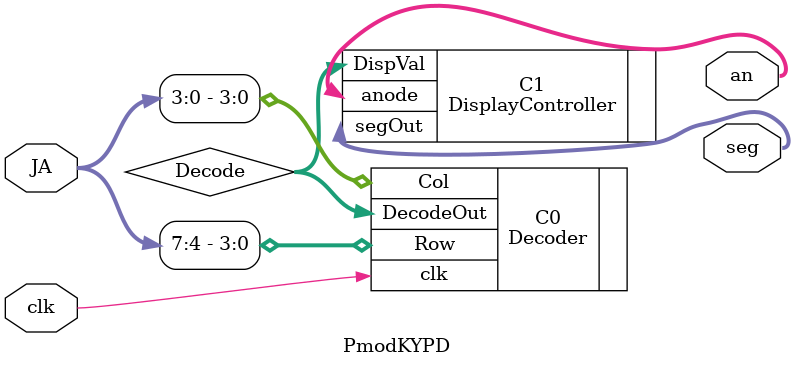
<source format=v>
`timescale 1ns / 1ps

// ==============================================================================================
// 												Define Module
// ==============================================================================================
module PmodKYPD(
    clk,
    JA,
    an,
    seg
    );
	 
	 
// ==============================================================================================
// 											Port Declarations
// ==============================================================================================
	input clk;					// 100Mhz onboard clock
	inout [7:0] JA;			// Port JA on Nexys3, JA[3:0] is Columns, JA[10:7] is rows
	output [3:0] an;			// Anodes on seven segment display
	output [6:0] seg;			// Cathodes on seven segment display

// ==============================================================================================
// 							  		Parameters, Regsiters, and Wires
// ==============================================================================================
	
	// Output wires
	wire [3:0] an;
	wire [6:0] seg;
	
	wire [3:0] Decode;

// ==============================================================================================
// 												Implementation
// ==============================================================================================

	//-----------------------------------------------
	//  						Decoder
	//-----------------------------------------------
	Decoder C0(
			.clk(clk),
			.Row(JA[7:4]),
			.Col(JA[3:0]),
			.DecodeOut(Decode)
	);

	//-----------------------------------------------
	//  		Seven Segment Display Controller
	//-----------------------------------------------
	DisplayController C1(
			.DispVal(Decode),
			.anode(an),
			.segOut(seg)
	);

endmodule

</source>
